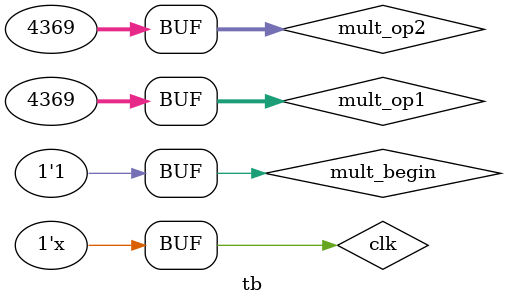
<source format=v>
`timescale 1ns / 1ps

module tb();

    // Inputs
    reg clk;
    reg mult_begin;
    reg [31:0] mult_op1;
    reg [31:0] mult_op2;

    // Outputs
    wire [63:0] product;
    wire mult_end;

    // Instantiate the Unit Under Test (UUT)
    multiply uut (
        .clk(clk), 
        .mult_begin(mult_begin), 
        .mult_op1(mult_op1), 
        .mult_op2(mult_op2), 
        .product(product), 
        .mult_end(mult_end)
    );

    initial begin
        // Initialize Inputs
        clk = 0;
        mult_begin = 0;
        mult_op1 = 0;
        mult_op2 = 0;

        // Wait 100 ns for global reset to finish
        #100;
        mult_op1 = 32'H00001111;
        mult_op2 = 32'H00001111;
        #100;
        mult_begin = 1;
        
        // Add stimulus here
    end
    always #5 clk = ~clk;
endmodule


</source>
